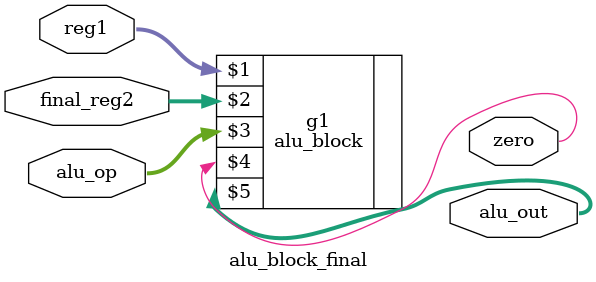
<source format=sv>
module alu_block_final #(parameter N=32) (input logic [N-1:0]reg1,final_reg2, input logic [3:0]alu_op, output logic zero, output logic [N-1:0]alu_out);

alu_block g1(reg1,final_reg2,alu_op,zero,alu_out);

endmodule
</source>
